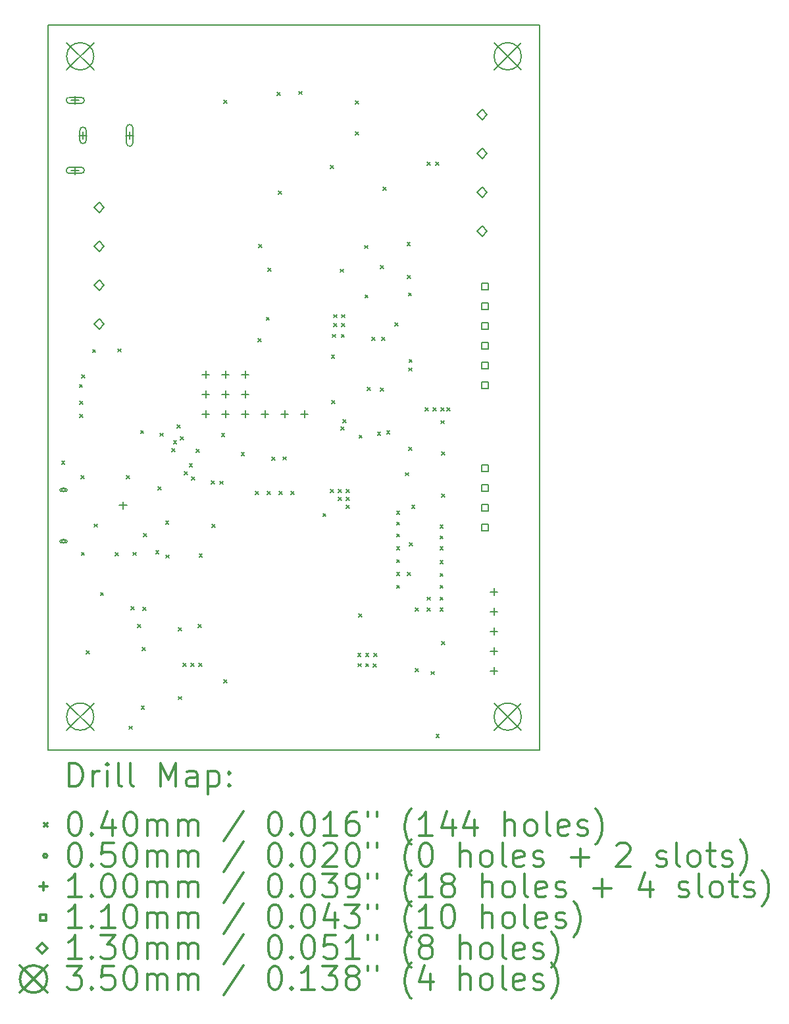
<source format=gbr>
%FSLAX45Y45*%
G04 Gerber Fmt 4.5, Leading zero omitted, Abs format (unit mm)*
G04 Created by KiCad (PCBNEW (5.1.2)-1) date 2019-05-23 11:52:04*
%MOMM*%
%LPD*%
G04 APERTURE LIST*
%ADD10C,0.150000*%
%ADD11C,0.200000*%
%ADD12C,0.300000*%
G04 APERTURE END LIST*
D10*
X22999700Y-13931900D02*
X16675100Y-13931900D01*
X22999700Y-4610100D02*
X22999700Y-13931900D01*
X16675100Y-4610100D02*
X22999700Y-4610100D01*
X16675100Y-13931900D02*
X16675100Y-4610100D01*
D11*
X16853220Y-10221280D02*
X16893220Y-10261280D01*
X16893220Y-10221280D02*
X16853220Y-10261280D01*
X17081820Y-9233220D02*
X17121820Y-9273220D01*
X17121820Y-9233220D02*
X17081820Y-9273220D01*
X17086900Y-9449120D02*
X17126900Y-9489120D01*
X17126900Y-9449120D02*
X17086900Y-9489120D01*
X17086900Y-9621840D02*
X17126900Y-9661840D01*
X17126900Y-9621840D02*
X17086900Y-9661840D01*
X17104680Y-10409240D02*
X17144680Y-10449240D01*
X17144680Y-10409240D02*
X17104680Y-10449240D01*
X17107220Y-11392220D02*
X17147220Y-11432220D01*
X17147220Y-11392220D02*
X17107220Y-11432220D01*
X17112300Y-9108760D02*
X17152300Y-9148760D01*
X17152300Y-9108760D02*
X17112300Y-9148760D01*
X17170720Y-12658260D02*
X17210720Y-12698260D01*
X17210720Y-12658260D02*
X17170720Y-12698260D01*
X17252000Y-8786180D02*
X17292000Y-8826180D01*
X17292000Y-8786180D02*
X17252000Y-8826180D01*
X17269780Y-11029000D02*
X17309780Y-11069000D01*
X17309780Y-11029000D02*
X17269780Y-11069000D01*
X17353600Y-11910380D02*
X17393600Y-11950380D01*
X17393600Y-11910380D02*
X17353600Y-11950380D01*
X17546640Y-11397300D02*
X17586640Y-11437300D01*
X17586640Y-11397300D02*
X17546640Y-11437300D01*
X17574580Y-8776020D02*
X17614580Y-8816020D01*
X17614580Y-8776020D02*
X17574580Y-8816020D01*
X17686340Y-10409240D02*
X17726340Y-10449240D01*
X17726340Y-10409240D02*
X17686340Y-10449240D01*
X17724440Y-13627420D02*
X17764440Y-13667420D01*
X17764440Y-13627420D02*
X17724440Y-13667420D01*
X17747300Y-12090720D02*
X17787300Y-12130720D01*
X17787300Y-12090720D02*
X17747300Y-12130720D01*
X17772700Y-11392220D02*
X17812700Y-11432220D01*
X17812700Y-11392220D02*
X17772700Y-11432220D01*
X17828580Y-12319320D02*
X17868580Y-12359320D01*
X17868580Y-12319320D02*
X17828580Y-12359320D01*
X17868880Y-9827580D02*
X17908880Y-9867580D01*
X17908880Y-9827580D02*
X17868880Y-9867580D01*
X17877959Y-13368340D02*
X17917959Y-13408340D01*
X17917959Y-13368340D02*
X17877959Y-13408340D01*
X17892080Y-12613960D02*
X17932080Y-12653960D01*
X17932080Y-12613960D02*
X17892080Y-12653960D01*
X17897193Y-12097558D02*
X17937193Y-12137558D01*
X17937193Y-12097558D02*
X17897193Y-12137558D01*
X17904780Y-11153460D02*
X17944780Y-11193460D01*
X17944780Y-11153460D02*
X17904780Y-11193460D01*
X18064800Y-11371900D02*
X18104800Y-11411900D01*
X18104800Y-11371900D02*
X18064800Y-11411900D01*
X18092740Y-10548940D02*
X18132740Y-10588940D01*
X18132740Y-10548940D02*
X18092740Y-10588940D01*
X18120200Y-9860376D02*
X18160200Y-9900376D01*
X18160200Y-9860376D02*
X18120200Y-9900376D01*
X18192296Y-10991432D02*
X18232296Y-11031432D01*
X18232296Y-10991432D02*
X18192296Y-11031432D01*
X18196880Y-11427780D02*
X18236880Y-11467780D01*
X18236880Y-11427780D02*
X18196880Y-11467780D01*
X18271743Y-10059879D02*
X18311743Y-10099879D01*
X18311743Y-10059879D02*
X18271743Y-10099879D01*
X18293964Y-9957830D02*
X18333964Y-9997830D01*
X18333964Y-9957830D02*
X18293964Y-9997830D01*
X18339120Y-9753920D02*
X18379120Y-9793920D01*
X18379120Y-9753920D02*
X18339120Y-9793920D01*
X18356900Y-13246420D02*
X18396900Y-13286420D01*
X18396900Y-13246420D02*
X18356900Y-13286420D01*
X18359440Y-12359960D02*
X18399440Y-12399960D01*
X18399440Y-12359960D02*
X18359440Y-12399960D01*
X18381523Y-9909522D02*
X18421523Y-9949522D01*
X18421523Y-9909522D02*
X18381523Y-9949522D01*
X18415320Y-12822240D02*
X18455320Y-12862240D01*
X18455320Y-12822240D02*
X18415320Y-12862240D01*
X18433100Y-10353360D02*
X18473100Y-10393360D01*
X18473100Y-10353360D02*
X18433100Y-10393360D01*
X18496312Y-10252879D02*
X18536312Y-10292879D01*
X18536312Y-10252879D02*
X18496312Y-10292879D01*
X18519460Y-12822240D02*
X18559460Y-12862240D01*
X18559460Y-12822240D02*
X18519460Y-12862240D01*
X18524905Y-10423361D02*
X18564905Y-10463361D01*
X18564905Y-10423361D02*
X18524905Y-10463361D01*
X18584119Y-10067025D02*
X18624119Y-10107025D01*
X18624119Y-10067025D02*
X18584119Y-10107025D01*
X18608360Y-12319320D02*
X18648360Y-12359320D01*
X18648360Y-12319320D02*
X18608360Y-12359320D01*
X18621060Y-12822240D02*
X18661060Y-12862240D01*
X18661060Y-12822240D02*
X18621060Y-12862240D01*
X18623104Y-11416233D02*
X18663104Y-11456233D01*
X18663104Y-11416233D02*
X18623104Y-11456233D01*
X18781080Y-10475280D02*
X18821080Y-10515280D01*
X18821080Y-10475280D02*
X18781080Y-10515280D01*
X18788700Y-11034080D02*
X18828700Y-11074080D01*
X18828700Y-11034080D02*
X18788700Y-11074080D01*
X18890300Y-10477820D02*
X18930300Y-10517820D01*
X18930300Y-10477820D02*
X18890300Y-10517820D01*
X18910170Y-9864521D02*
X18950170Y-9904521D01*
X18950170Y-9864521D02*
X18910170Y-9904521D01*
X18938560Y-5578160D02*
X18978560Y-5618160D01*
X18978560Y-5578160D02*
X18938560Y-5618160D01*
X18938560Y-13033060D02*
X18978560Y-13073060D01*
X18978560Y-13033060D02*
X18938560Y-13073060D01*
X19164620Y-10109520D02*
X19204620Y-10149520D01*
X19204620Y-10109520D02*
X19164620Y-10149520D01*
X19347500Y-10609900D02*
X19387500Y-10649900D01*
X19387500Y-10609900D02*
X19347500Y-10649900D01*
X19377980Y-8643940D02*
X19417980Y-8683940D01*
X19417980Y-8643940D02*
X19377980Y-8683940D01*
X19390680Y-7434900D02*
X19430680Y-7474900D01*
X19430680Y-7434900D02*
X19390680Y-7474900D01*
X19487200Y-8369620D02*
X19527200Y-8409620D01*
X19527200Y-8369620D02*
X19487200Y-8409620D01*
X19499900Y-10609900D02*
X19539900Y-10649900D01*
X19539900Y-10609900D02*
X19499900Y-10649900D01*
X19507520Y-7737160D02*
X19547520Y-7777160D01*
X19547520Y-7737160D02*
X19507520Y-7777160D01*
X19560813Y-10168642D02*
X19600813Y-10208642D01*
X19600813Y-10168642D02*
X19560813Y-10208642D01*
X19626900Y-5479100D02*
X19666900Y-5519100D01*
X19666900Y-5479100D02*
X19626900Y-5519100D01*
X19642140Y-6746560D02*
X19682140Y-6786560D01*
X19682140Y-6746560D02*
X19642140Y-6786560D01*
X19652300Y-10609900D02*
X19692300Y-10649900D01*
X19692300Y-10609900D02*
X19652300Y-10649900D01*
X19700560Y-10165400D02*
X19740560Y-10205400D01*
X19740560Y-10165400D02*
X19700560Y-10205400D01*
X19804700Y-10609900D02*
X19844700Y-10649900D01*
X19844700Y-10609900D02*
X19804700Y-10649900D01*
X19906300Y-5466400D02*
X19946300Y-5506400D01*
X19946300Y-5466400D02*
X19906300Y-5506400D01*
X20215220Y-10892340D02*
X20255220Y-10932340D01*
X20255220Y-10892340D02*
X20215220Y-10932340D01*
X20312700Y-6418900D02*
X20352700Y-6458900D01*
X20352700Y-6418900D02*
X20312700Y-6458900D01*
X20312700Y-10584500D02*
X20352700Y-10624500D01*
X20352700Y-10584500D02*
X20312700Y-10624500D01*
X20325400Y-8857300D02*
X20365400Y-8897300D01*
X20365400Y-8857300D02*
X20325400Y-8897300D01*
X20330480Y-9441500D02*
X20370480Y-9481500D01*
X20370480Y-9441500D02*
X20330480Y-9481500D01*
X20338100Y-8590600D02*
X20378100Y-8630600D01*
X20378100Y-8590600D02*
X20338100Y-8630600D01*
X20353340Y-8336600D02*
X20393340Y-8376600D01*
X20393340Y-8336600D02*
X20353340Y-8376600D01*
X20353340Y-8450900D02*
X20393340Y-8490900D01*
X20393340Y-8450900D02*
X20353340Y-8490900D01*
X20414300Y-10584500D02*
X20454300Y-10624500D01*
X20454300Y-10584500D02*
X20414300Y-10624500D01*
X20414300Y-10686100D02*
X20454300Y-10726100D01*
X20454300Y-10686100D02*
X20414300Y-10726100D01*
X20439700Y-7752400D02*
X20479700Y-7792400D01*
X20479700Y-7752400D02*
X20439700Y-7792400D01*
X20450315Y-9781887D02*
X20490315Y-9821887D01*
X20490315Y-9781887D02*
X20450315Y-9821887D01*
X20452400Y-8590599D02*
X20492400Y-8630599D01*
X20492400Y-8590599D02*
X20452400Y-8630599D01*
X20454940Y-8336600D02*
X20494940Y-8376600D01*
X20494940Y-8336600D02*
X20454940Y-8376600D01*
X20454940Y-8450900D02*
X20494940Y-8490900D01*
X20494940Y-8450900D02*
X20454940Y-8490900D01*
X20470364Y-9683916D02*
X20510364Y-9723916D01*
X20510364Y-9683916D02*
X20470364Y-9723916D01*
X20515900Y-10584500D02*
X20555900Y-10624500D01*
X20555900Y-10584500D02*
X20515900Y-10624500D01*
X20515900Y-10686100D02*
X20555900Y-10726100D01*
X20555900Y-10686100D02*
X20515900Y-10726100D01*
X20515900Y-10787700D02*
X20555900Y-10827700D01*
X20555900Y-10787700D02*
X20515900Y-10827700D01*
X20635280Y-5590860D02*
X20675280Y-5630860D01*
X20675280Y-5590860D02*
X20635280Y-5630860D01*
X20635280Y-5989640D02*
X20675280Y-6029640D01*
X20675280Y-5989640D02*
X20635280Y-6029640D01*
X20663220Y-12695240D02*
X20703220Y-12735240D01*
X20703220Y-12695240D02*
X20663220Y-12735240D01*
X20668300Y-12824780D02*
X20708300Y-12864780D01*
X20708300Y-12824780D02*
X20668300Y-12864780D01*
X20678460Y-12184700D02*
X20718460Y-12224700D01*
X20718460Y-12184700D02*
X20678460Y-12224700D01*
X20681000Y-9886000D02*
X20721000Y-9926000D01*
X20721000Y-9886000D02*
X20681000Y-9926000D01*
X20752120Y-7447600D02*
X20792120Y-7487600D01*
X20792120Y-7447600D02*
X20752120Y-7487600D01*
X20757200Y-8082600D02*
X20797200Y-8122600D01*
X20797200Y-8082600D02*
X20757200Y-8122600D01*
X20764820Y-12692700D02*
X20804820Y-12732700D01*
X20804820Y-12692700D02*
X20764820Y-12732700D01*
X20764820Y-12824780D02*
X20804820Y-12864780D01*
X20804820Y-12824780D02*
X20764820Y-12864780D01*
X20789061Y-9273860D02*
X20829061Y-9313860D01*
X20829061Y-9273860D02*
X20789061Y-9313860D01*
X20848640Y-8628700D02*
X20888640Y-8668700D01*
X20888640Y-8628700D02*
X20848640Y-8668700D01*
X20863880Y-12827320D02*
X20903880Y-12867320D01*
X20903880Y-12827320D02*
X20863880Y-12867320D01*
X20868960Y-12692700D02*
X20908960Y-12732700D01*
X20908960Y-12692700D02*
X20868960Y-12732700D01*
X20917220Y-9850440D02*
X20957220Y-9890440D01*
X20957220Y-9850440D02*
X20917220Y-9890440D01*
X20955320Y-7704140D02*
X20995320Y-7744140D01*
X20995320Y-7704140D02*
X20955320Y-7744140D01*
X20955320Y-9281480D02*
X20995320Y-9321480D01*
X20995320Y-9281480D02*
X20955320Y-9321480D01*
X20970372Y-8630697D02*
X21010372Y-8670697D01*
X21010372Y-8630697D02*
X20970372Y-8670697D01*
X20988340Y-6700840D02*
X21028340Y-6740840D01*
X21028340Y-6700840D02*
X20988340Y-6740840D01*
X21035530Y-9831501D02*
X21075530Y-9871501D01*
X21075530Y-9831501D02*
X21035530Y-9871501D01*
X21143280Y-8440740D02*
X21183280Y-8480740D01*
X21183280Y-8440740D02*
X21143280Y-8480740D01*
X21163600Y-10863900D02*
X21203600Y-10903900D01*
X21203600Y-10863900D02*
X21163600Y-10903900D01*
X21163600Y-11003600D02*
X21203600Y-11043600D01*
X21203600Y-11003600D02*
X21163600Y-11043600D01*
X21163600Y-11156000D02*
X21203600Y-11196000D01*
X21203600Y-11156000D02*
X21163600Y-11196000D01*
X21163600Y-11321100D02*
X21203600Y-11361100D01*
X21203600Y-11321100D02*
X21163600Y-11361100D01*
X21163600Y-11486200D02*
X21203600Y-11526200D01*
X21203600Y-11486200D02*
X21163600Y-11526200D01*
X21163600Y-11651300D02*
X21203600Y-11691300D01*
X21203600Y-11651300D02*
X21163600Y-11691300D01*
X21163600Y-11816400D02*
X21203600Y-11856400D01*
X21203600Y-11816400D02*
X21163600Y-11856400D01*
X21275360Y-10368600D02*
X21315360Y-10408600D01*
X21315360Y-10368600D02*
X21275360Y-10408600D01*
X21298220Y-7409500D02*
X21338220Y-7449500D01*
X21338220Y-7409500D02*
X21298220Y-7449500D01*
X21303300Y-11651300D02*
X21343300Y-11691300D01*
X21343300Y-11651300D02*
X21303300Y-11691300D01*
X21305840Y-7831140D02*
X21345840Y-7871140D01*
X21345840Y-7831140D02*
X21305840Y-7871140D01*
X21316002Y-8057200D02*
X21356002Y-8097200D01*
X21356002Y-8057200D02*
X21316002Y-8097200D01*
X21318540Y-9022400D02*
X21358540Y-9062400D01*
X21358540Y-9022400D02*
X21318540Y-9062400D01*
X21318540Y-10043480D02*
X21358540Y-10083480D01*
X21358540Y-10043480D02*
X21318540Y-10083480D01*
X21323620Y-8913180D02*
X21363620Y-8953180D01*
X21363620Y-8913180D02*
X21323620Y-8953180D01*
X21331240Y-11267760D02*
X21371240Y-11307760D01*
X21371240Y-11267760D02*
X21331240Y-11307760D01*
X21357759Y-10785654D02*
X21397759Y-10825654D01*
X21397759Y-10785654D02*
X21357759Y-10825654D01*
X21404900Y-12108500D02*
X21444900Y-12148500D01*
X21444900Y-12108500D02*
X21404900Y-12148500D01*
X21407440Y-12888280D02*
X21447440Y-12928280D01*
X21447440Y-12888280D02*
X21407440Y-12928280D01*
X21531900Y-9532940D02*
X21571900Y-9572940D01*
X21571900Y-9532940D02*
X21531900Y-9572940D01*
X21557300Y-11968800D02*
X21597300Y-12008800D01*
X21597300Y-11968800D02*
X21557300Y-12008800D01*
X21557300Y-12108500D02*
X21597300Y-12148500D01*
X21597300Y-12108500D02*
X21557300Y-12148500D01*
X21559840Y-6375720D02*
X21599840Y-6415720D01*
X21599840Y-6375720D02*
X21559840Y-6415720D01*
X21610640Y-12926380D02*
X21650640Y-12966380D01*
X21650640Y-12926380D02*
X21610640Y-12966380D01*
X21633500Y-9532940D02*
X21673500Y-9572940D01*
X21673500Y-9532940D02*
X21633500Y-9572940D01*
X21663980Y-6375720D02*
X21703980Y-6415720D01*
X21703980Y-6375720D02*
X21663980Y-6415720D01*
X21671600Y-13736640D02*
X21711600Y-13776640D01*
X21711600Y-13736640D02*
X21671600Y-13776640D01*
X21722400Y-11041700D02*
X21762400Y-11081700D01*
X21762400Y-11041700D02*
X21722400Y-11081700D01*
X21722400Y-11181400D02*
X21762400Y-11221400D01*
X21762400Y-11181400D02*
X21722400Y-11221400D01*
X21722400Y-11321100D02*
X21762400Y-11361100D01*
X21762400Y-11321100D02*
X21722400Y-11361100D01*
X21722400Y-11498900D02*
X21762400Y-11538900D01*
X21762400Y-11498900D02*
X21722400Y-11538900D01*
X21722400Y-11664000D02*
X21762400Y-11704000D01*
X21762400Y-11664000D02*
X21722400Y-11704000D01*
X21722400Y-11816400D02*
X21762400Y-11856400D01*
X21762400Y-11816400D02*
X21722400Y-11856400D01*
X21722400Y-11968800D02*
X21762400Y-12008800D01*
X21762400Y-11968800D02*
X21722400Y-12008800D01*
X21722400Y-12108500D02*
X21762400Y-12148500D01*
X21762400Y-12108500D02*
X21722400Y-12148500D01*
X21735100Y-9532940D02*
X21775100Y-9572940D01*
X21775100Y-9532940D02*
X21735100Y-9572940D01*
X21736370Y-9699310D02*
X21776370Y-9739310D01*
X21776370Y-9699310D02*
X21736370Y-9739310D01*
X21741561Y-10101900D02*
X21781561Y-10141900D01*
X21781561Y-10101900D02*
X21741561Y-10141900D01*
X21741561Y-10641650D02*
X21781561Y-10681650D01*
X21781561Y-10641650D02*
X21741561Y-10681650D01*
X21742720Y-12542840D02*
X21782720Y-12582840D01*
X21782720Y-12542840D02*
X21742720Y-12582840D01*
X21813059Y-9532940D02*
X21853059Y-9572940D01*
X21853059Y-9532940D02*
X21813059Y-9572940D01*
X16903300Y-10590080D02*
G75*
G03X16903300Y-10590080I-25000J0D01*
G01*
X16843300Y-10605080D02*
X16913300Y-10605080D01*
X16843300Y-10575080D02*
X16913300Y-10575080D01*
X16913300Y-10605080D02*
G75*
G03X16913300Y-10575080I0J15000D01*
G01*
X16843300Y-10575080D02*
G75*
G03X16843300Y-10605080I0J-15000D01*
G01*
X16903300Y-11250080D02*
G75*
G03X16903300Y-11250080I-25000J0D01*
G01*
X16843300Y-11265080D02*
X16913300Y-11265080D01*
X16843300Y-11235080D02*
X16913300Y-11235080D01*
X16913300Y-11265080D02*
G75*
G03X16913300Y-11235080I0J15000D01*
G01*
X16843300Y-11235080D02*
G75*
G03X16843300Y-11265080I0J-15000D01*
G01*
X18707100Y-9563900D02*
X18707100Y-9663900D01*
X18657100Y-9613900D02*
X18757100Y-9613900D01*
X18961100Y-9309900D02*
X18961100Y-9409900D01*
X18911100Y-9359900D02*
X19011100Y-9359900D01*
X18961100Y-9055900D02*
X18961100Y-9155900D01*
X18911100Y-9105900D02*
X19011100Y-9105900D01*
X19215100Y-9563900D02*
X19215100Y-9663900D01*
X19165100Y-9613900D02*
X19265100Y-9613900D01*
X18707100Y-9055900D02*
X18707100Y-9155900D01*
X18657100Y-9105900D02*
X18757100Y-9105900D01*
X22415500Y-12357900D02*
X22415500Y-12457900D01*
X22365500Y-12407900D02*
X22465500Y-12407900D01*
X22415500Y-12865900D02*
X22415500Y-12965900D01*
X22365500Y-12915900D02*
X22465500Y-12915900D01*
X17642840Y-10739920D02*
X17642840Y-10839920D01*
X17592840Y-10789920D02*
X17692840Y-10789920D01*
X22415500Y-11849900D02*
X22415500Y-11949900D01*
X22365500Y-11899900D02*
X22465500Y-11899900D01*
X19469100Y-9563900D02*
X19469100Y-9663900D01*
X19419100Y-9613900D02*
X19519100Y-9613900D01*
X17029200Y-5532500D02*
X17029200Y-5632500D01*
X16979200Y-5582500D02*
X17079200Y-5582500D01*
X17104200Y-5542500D02*
X16954200Y-5542500D01*
X17104200Y-5622500D02*
X16954200Y-5622500D01*
X16954200Y-5542500D02*
G75*
G03X16954200Y-5622500I0J-40000D01*
G01*
X17104200Y-5622500D02*
G75*
G03X17104200Y-5542500I0J40000D01*
G01*
X17029200Y-6432500D02*
X17029200Y-6532500D01*
X16979200Y-6482500D02*
X17079200Y-6482500D01*
X17104200Y-6442500D02*
X16954200Y-6442500D01*
X17104200Y-6522500D02*
X16954200Y-6522500D01*
X16954200Y-6442500D02*
G75*
G03X16954200Y-6522500I0J-40000D01*
G01*
X17104200Y-6522500D02*
G75*
G03X17104200Y-6442500I0J40000D01*
G01*
X17129200Y-5982500D02*
X17129200Y-6082500D01*
X17079200Y-6032500D02*
X17179200Y-6032500D01*
X17169200Y-6097500D02*
X17169200Y-5967500D01*
X17089200Y-6097500D02*
X17089200Y-5967500D01*
X17169200Y-5967500D02*
G75*
G03X17089200Y-5967500I-40000J0D01*
G01*
X17089200Y-6097500D02*
G75*
G03X17169200Y-6097500I40000J0D01*
G01*
X17729200Y-5982500D02*
X17729200Y-6082500D01*
X17679200Y-6032500D02*
X17779200Y-6032500D01*
X17769200Y-6132500D02*
X17769200Y-5932500D01*
X17689200Y-6132500D02*
X17689200Y-5932500D01*
X17769200Y-5932500D02*
G75*
G03X17689200Y-5932500I-40000J0D01*
G01*
X17689200Y-6132500D02*
G75*
G03X17769200Y-6132500I40000J0D01*
G01*
X22415500Y-12103900D02*
X22415500Y-12203900D01*
X22365500Y-12153900D02*
X22465500Y-12153900D01*
X22415500Y-12611900D02*
X22415500Y-12711900D01*
X22365500Y-12661900D02*
X22465500Y-12661900D01*
X18961100Y-9563900D02*
X18961100Y-9663900D01*
X18911100Y-9613900D02*
X19011100Y-9613900D01*
X19215100Y-9309900D02*
X19215100Y-9409900D01*
X19165100Y-9359900D02*
X19265100Y-9359900D01*
X19723100Y-9563900D02*
X19723100Y-9663900D01*
X19673100Y-9613900D02*
X19773100Y-9613900D01*
X18707100Y-9309900D02*
X18707100Y-9409900D01*
X18657100Y-9359900D02*
X18757100Y-9359900D01*
X19977100Y-9563900D02*
X19977100Y-9663900D01*
X19927100Y-9613900D02*
X20027100Y-9613900D01*
X19215100Y-9055900D02*
X19215100Y-9155900D01*
X19165100Y-9105900D02*
X19265100Y-9105900D01*
X22340091Y-10351291D02*
X22340091Y-10273509D01*
X22262309Y-10273509D01*
X22262309Y-10351291D01*
X22340091Y-10351291D01*
X22340091Y-10605291D02*
X22340091Y-10527509D01*
X22262309Y-10527509D01*
X22262309Y-10605291D01*
X22340091Y-10605291D01*
X22340091Y-9030491D02*
X22340091Y-8952709D01*
X22262309Y-8952709D01*
X22262309Y-9030491D01*
X22340091Y-9030491D01*
X22340091Y-9284491D02*
X22340091Y-9206709D01*
X22262309Y-9206709D01*
X22262309Y-9284491D01*
X22340091Y-9284491D01*
X22340091Y-10859291D02*
X22340091Y-10781509D01*
X22262309Y-10781509D01*
X22262309Y-10859291D01*
X22340091Y-10859291D01*
X22340091Y-11113291D02*
X22340091Y-11035509D01*
X22262309Y-11035509D01*
X22262309Y-11113291D01*
X22340091Y-11113291D01*
X22340091Y-8014491D02*
X22340091Y-7936709D01*
X22262309Y-7936709D01*
X22262309Y-8014491D01*
X22340091Y-8014491D01*
X22340091Y-8268491D02*
X22340091Y-8190709D01*
X22262309Y-8190709D01*
X22262309Y-8268491D01*
X22340091Y-8268491D01*
X22340091Y-8522491D02*
X22340091Y-8444709D01*
X22262309Y-8444709D01*
X22262309Y-8522491D01*
X22340091Y-8522491D01*
X22340091Y-8776491D02*
X22340091Y-8698709D01*
X22262309Y-8698709D01*
X22262309Y-8776491D01*
X22340091Y-8776491D01*
X22263100Y-5830100D02*
X22328100Y-5765100D01*
X22263100Y-5700100D01*
X22198100Y-5765100D01*
X22263100Y-5830100D01*
X22263100Y-6330100D02*
X22328100Y-6265100D01*
X22263100Y-6200100D01*
X22198100Y-6265100D01*
X22263100Y-6330100D01*
X22263100Y-6830100D02*
X22328100Y-6765100D01*
X22263100Y-6700100D01*
X22198100Y-6765100D01*
X22263100Y-6830100D01*
X22263100Y-7330100D02*
X22328100Y-7265100D01*
X22263100Y-7200100D01*
X22198100Y-7265100D01*
X22263100Y-7330100D01*
X17335500Y-7023900D02*
X17400500Y-6958900D01*
X17335500Y-6893900D01*
X17270500Y-6958900D01*
X17335500Y-7023900D01*
X17335500Y-7523900D02*
X17400500Y-7458900D01*
X17335500Y-7393900D01*
X17270500Y-7458900D01*
X17335500Y-7523900D01*
X17335500Y-8023900D02*
X17400500Y-7958900D01*
X17335500Y-7893900D01*
X17270500Y-7958900D01*
X17335500Y-8023900D01*
X17335500Y-8523900D02*
X17400500Y-8458900D01*
X17335500Y-8393900D01*
X17270500Y-8458900D01*
X17335500Y-8523900D01*
X16918100Y-13330900D02*
X17268100Y-13680900D01*
X17268100Y-13330900D02*
X16918100Y-13680900D01*
X17268100Y-13505900D02*
G75*
G03X17268100Y-13505900I-175000J0D01*
G01*
X22418100Y-13330900D02*
X22768100Y-13680900D01*
X22768100Y-13330900D02*
X22418100Y-13680900D01*
X22768100Y-13505900D02*
G75*
G03X22768100Y-13505900I-175000J0D01*
G01*
X16918100Y-4840900D02*
X17268100Y-5190900D01*
X17268100Y-4840900D02*
X16918100Y-5190900D01*
X17268100Y-5015900D02*
G75*
G03X17268100Y-5015900I-175000J0D01*
G01*
X22418100Y-4840900D02*
X22768100Y-5190900D01*
X22768100Y-4840900D02*
X22418100Y-5190900D01*
X22768100Y-5015900D02*
G75*
G03X22768100Y-5015900I-175000J0D01*
G01*
D12*
X16954028Y-14405114D02*
X16954028Y-14105114D01*
X17025457Y-14105114D01*
X17068314Y-14119400D01*
X17096886Y-14147971D01*
X17111171Y-14176543D01*
X17125457Y-14233686D01*
X17125457Y-14276543D01*
X17111171Y-14333686D01*
X17096886Y-14362257D01*
X17068314Y-14390829D01*
X17025457Y-14405114D01*
X16954028Y-14405114D01*
X17254028Y-14405114D02*
X17254028Y-14205114D01*
X17254028Y-14262257D02*
X17268314Y-14233686D01*
X17282600Y-14219400D01*
X17311171Y-14205114D01*
X17339743Y-14205114D01*
X17439743Y-14405114D02*
X17439743Y-14205114D01*
X17439743Y-14105114D02*
X17425457Y-14119400D01*
X17439743Y-14133686D01*
X17454028Y-14119400D01*
X17439743Y-14105114D01*
X17439743Y-14133686D01*
X17625457Y-14405114D02*
X17596886Y-14390829D01*
X17582600Y-14362257D01*
X17582600Y-14105114D01*
X17782600Y-14405114D02*
X17754028Y-14390829D01*
X17739743Y-14362257D01*
X17739743Y-14105114D01*
X18125457Y-14405114D02*
X18125457Y-14105114D01*
X18225457Y-14319400D01*
X18325457Y-14105114D01*
X18325457Y-14405114D01*
X18596886Y-14405114D02*
X18596886Y-14247971D01*
X18582600Y-14219400D01*
X18554028Y-14205114D01*
X18496886Y-14205114D01*
X18468314Y-14219400D01*
X18596886Y-14390829D02*
X18568314Y-14405114D01*
X18496886Y-14405114D01*
X18468314Y-14390829D01*
X18454028Y-14362257D01*
X18454028Y-14333686D01*
X18468314Y-14305114D01*
X18496886Y-14290829D01*
X18568314Y-14290829D01*
X18596886Y-14276543D01*
X18739743Y-14205114D02*
X18739743Y-14505114D01*
X18739743Y-14219400D02*
X18768314Y-14205114D01*
X18825457Y-14205114D01*
X18854028Y-14219400D01*
X18868314Y-14233686D01*
X18882600Y-14262257D01*
X18882600Y-14347971D01*
X18868314Y-14376543D01*
X18854028Y-14390829D01*
X18825457Y-14405114D01*
X18768314Y-14405114D01*
X18739743Y-14390829D01*
X19011171Y-14376543D02*
X19025457Y-14390829D01*
X19011171Y-14405114D01*
X18996886Y-14390829D01*
X19011171Y-14376543D01*
X19011171Y-14405114D01*
X19011171Y-14219400D02*
X19025457Y-14233686D01*
X19011171Y-14247971D01*
X18996886Y-14233686D01*
X19011171Y-14219400D01*
X19011171Y-14247971D01*
X16627600Y-14879400D02*
X16667600Y-14919400D01*
X16667600Y-14879400D02*
X16627600Y-14919400D01*
X17011171Y-14735114D02*
X17039743Y-14735114D01*
X17068314Y-14749400D01*
X17082600Y-14763686D01*
X17096886Y-14792257D01*
X17111171Y-14849400D01*
X17111171Y-14920829D01*
X17096886Y-14977971D01*
X17082600Y-15006543D01*
X17068314Y-15020829D01*
X17039743Y-15035114D01*
X17011171Y-15035114D01*
X16982600Y-15020829D01*
X16968314Y-15006543D01*
X16954028Y-14977971D01*
X16939743Y-14920829D01*
X16939743Y-14849400D01*
X16954028Y-14792257D01*
X16968314Y-14763686D01*
X16982600Y-14749400D01*
X17011171Y-14735114D01*
X17239743Y-15006543D02*
X17254028Y-15020829D01*
X17239743Y-15035114D01*
X17225457Y-15020829D01*
X17239743Y-15006543D01*
X17239743Y-15035114D01*
X17511171Y-14835114D02*
X17511171Y-15035114D01*
X17439743Y-14720829D02*
X17368314Y-14935114D01*
X17554028Y-14935114D01*
X17725457Y-14735114D02*
X17754028Y-14735114D01*
X17782600Y-14749400D01*
X17796886Y-14763686D01*
X17811171Y-14792257D01*
X17825457Y-14849400D01*
X17825457Y-14920829D01*
X17811171Y-14977971D01*
X17796886Y-15006543D01*
X17782600Y-15020829D01*
X17754028Y-15035114D01*
X17725457Y-15035114D01*
X17696886Y-15020829D01*
X17682600Y-15006543D01*
X17668314Y-14977971D01*
X17654028Y-14920829D01*
X17654028Y-14849400D01*
X17668314Y-14792257D01*
X17682600Y-14763686D01*
X17696886Y-14749400D01*
X17725457Y-14735114D01*
X17954028Y-15035114D02*
X17954028Y-14835114D01*
X17954028Y-14863686D02*
X17968314Y-14849400D01*
X17996886Y-14835114D01*
X18039743Y-14835114D01*
X18068314Y-14849400D01*
X18082600Y-14877971D01*
X18082600Y-15035114D01*
X18082600Y-14877971D02*
X18096886Y-14849400D01*
X18125457Y-14835114D01*
X18168314Y-14835114D01*
X18196886Y-14849400D01*
X18211171Y-14877971D01*
X18211171Y-15035114D01*
X18354028Y-15035114D02*
X18354028Y-14835114D01*
X18354028Y-14863686D02*
X18368314Y-14849400D01*
X18396886Y-14835114D01*
X18439743Y-14835114D01*
X18468314Y-14849400D01*
X18482600Y-14877971D01*
X18482600Y-15035114D01*
X18482600Y-14877971D02*
X18496886Y-14849400D01*
X18525457Y-14835114D01*
X18568314Y-14835114D01*
X18596886Y-14849400D01*
X18611171Y-14877971D01*
X18611171Y-15035114D01*
X19196886Y-14720829D02*
X18939743Y-15106543D01*
X19582600Y-14735114D02*
X19611171Y-14735114D01*
X19639743Y-14749400D01*
X19654028Y-14763686D01*
X19668314Y-14792257D01*
X19682600Y-14849400D01*
X19682600Y-14920829D01*
X19668314Y-14977971D01*
X19654028Y-15006543D01*
X19639743Y-15020829D01*
X19611171Y-15035114D01*
X19582600Y-15035114D01*
X19554028Y-15020829D01*
X19539743Y-15006543D01*
X19525457Y-14977971D01*
X19511171Y-14920829D01*
X19511171Y-14849400D01*
X19525457Y-14792257D01*
X19539743Y-14763686D01*
X19554028Y-14749400D01*
X19582600Y-14735114D01*
X19811171Y-15006543D02*
X19825457Y-15020829D01*
X19811171Y-15035114D01*
X19796886Y-15020829D01*
X19811171Y-15006543D01*
X19811171Y-15035114D01*
X20011171Y-14735114D02*
X20039743Y-14735114D01*
X20068314Y-14749400D01*
X20082600Y-14763686D01*
X20096886Y-14792257D01*
X20111171Y-14849400D01*
X20111171Y-14920829D01*
X20096886Y-14977971D01*
X20082600Y-15006543D01*
X20068314Y-15020829D01*
X20039743Y-15035114D01*
X20011171Y-15035114D01*
X19982600Y-15020829D01*
X19968314Y-15006543D01*
X19954028Y-14977971D01*
X19939743Y-14920829D01*
X19939743Y-14849400D01*
X19954028Y-14792257D01*
X19968314Y-14763686D01*
X19982600Y-14749400D01*
X20011171Y-14735114D01*
X20396886Y-15035114D02*
X20225457Y-15035114D01*
X20311171Y-15035114D02*
X20311171Y-14735114D01*
X20282600Y-14777971D01*
X20254028Y-14806543D01*
X20225457Y-14820829D01*
X20654028Y-14735114D02*
X20596886Y-14735114D01*
X20568314Y-14749400D01*
X20554028Y-14763686D01*
X20525457Y-14806543D01*
X20511171Y-14863686D01*
X20511171Y-14977971D01*
X20525457Y-15006543D01*
X20539743Y-15020829D01*
X20568314Y-15035114D01*
X20625457Y-15035114D01*
X20654028Y-15020829D01*
X20668314Y-15006543D01*
X20682600Y-14977971D01*
X20682600Y-14906543D01*
X20668314Y-14877971D01*
X20654028Y-14863686D01*
X20625457Y-14849400D01*
X20568314Y-14849400D01*
X20539743Y-14863686D01*
X20525457Y-14877971D01*
X20511171Y-14906543D01*
X20796886Y-14735114D02*
X20796886Y-14792257D01*
X20911171Y-14735114D02*
X20911171Y-14792257D01*
X21354028Y-15149400D02*
X21339743Y-15135114D01*
X21311171Y-15092257D01*
X21296886Y-15063686D01*
X21282600Y-15020829D01*
X21268314Y-14949400D01*
X21268314Y-14892257D01*
X21282600Y-14820829D01*
X21296886Y-14777971D01*
X21311171Y-14749400D01*
X21339743Y-14706543D01*
X21354028Y-14692257D01*
X21625457Y-15035114D02*
X21454028Y-15035114D01*
X21539743Y-15035114D02*
X21539743Y-14735114D01*
X21511171Y-14777971D01*
X21482600Y-14806543D01*
X21454028Y-14820829D01*
X21882600Y-14835114D02*
X21882600Y-15035114D01*
X21811171Y-14720829D02*
X21739743Y-14935114D01*
X21925457Y-14935114D01*
X22168314Y-14835114D02*
X22168314Y-15035114D01*
X22096886Y-14720829D02*
X22025457Y-14935114D01*
X22211171Y-14935114D01*
X22554028Y-15035114D02*
X22554028Y-14735114D01*
X22682600Y-15035114D02*
X22682600Y-14877971D01*
X22668314Y-14849400D01*
X22639743Y-14835114D01*
X22596886Y-14835114D01*
X22568314Y-14849400D01*
X22554028Y-14863686D01*
X22868314Y-15035114D02*
X22839743Y-15020829D01*
X22825457Y-15006543D01*
X22811171Y-14977971D01*
X22811171Y-14892257D01*
X22825457Y-14863686D01*
X22839743Y-14849400D01*
X22868314Y-14835114D01*
X22911171Y-14835114D01*
X22939743Y-14849400D01*
X22954028Y-14863686D01*
X22968314Y-14892257D01*
X22968314Y-14977971D01*
X22954028Y-15006543D01*
X22939743Y-15020829D01*
X22911171Y-15035114D01*
X22868314Y-15035114D01*
X23139743Y-15035114D02*
X23111171Y-15020829D01*
X23096886Y-14992257D01*
X23096886Y-14735114D01*
X23368314Y-15020829D02*
X23339743Y-15035114D01*
X23282600Y-15035114D01*
X23254028Y-15020829D01*
X23239743Y-14992257D01*
X23239743Y-14877971D01*
X23254028Y-14849400D01*
X23282600Y-14835114D01*
X23339743Y-14835114D01*
X23368314Y-14849400D01*
X23382600Y-14877971D01*
X23382600Y-14906543D01*
X23239743Y-14935114D01*
X23496886Y-15020829D02*
X23525457Y-15035114D01*
X23582600Y-15035114D01*
X23611171Y-15020829D01*
X23625457Y-14992257D01*
X23625457Y-14977971D01*
X23611171Y-14949400D01*
X23582600Y-14935114D01*
X23539743Y-14935114D01*
X23511171Y-14920829D01*
X23496886Y-14892257D01*
X23496886Y-14877971D01*
X23511171Y-14849400D01*
X23539743Y-14835114D01*
X23582600Y-14835114D01*
X23611171Y-14849400D01*
X23725457Y-15149400D02*
X23739743Y-15135114D01*
X23768314Y-15092257D01*
X23782600Y-15063686D01*
X23796886Y-15020829D01*
X23811171Y-14949400D01*
X23811171Y-14892257D01*
X23796886Y-14820829D01*
X23782600Y-14777971D01*
X23768314Y-14749400D01*
X23739743Y-14706543D01*
X23725457Y-14692257D01*
X16667600Y-15295400D02*
G75*
G03X16667600Y-15295400I-25000J0D01*
G01*
X17011171Y-15131114D02*
X17039743Y-15131114D01*
X17068314Y-15145400D01*
X17082600Y-15159686D01*
X17096886Y-15188257D01*
X17111171Y-15245400D01*
X17111171Y-15316829D01*
X17096886Y-15373971D01*
X17082600Y-15402543D01*
X17068314Y-15416829D01*
X17039743Y-15431114D01*
X17011171Y-15431114D01*
X16982600Y-15416829D01*
X16968314Y-15402543D01*
X16954028Y-15373971D01*
X16939743Y-15316829D01*
X16939743Y-15245400D01*
X16954028Y-15188257D01*
X16968314Y-15159686D01*
X16982600Y-15145400D01*
X17011171Y-15131114D01*
X17239743Y-15402543D02*
X17254028Y-15416829D01*
X17239743Y-15431114D01*
X17225457Y-15416829D01*
X17239743Y-15402543D01*
X17239743Y-15431114D01*
X17525457Y-15131114D02*
X17382600Y-15131114D01*
X17368314Y-15273971D01*
X17382600Y-15259686D01*
X17411171Y-15245400D01*
X17482600Y-15245400D01*
X17511171Y-15259686D01*
X17525457Y-15273971D01*
X17539743Y-15302543D01*
X17539743Y-15373971D01*
X17525457Y-15402543D01*
X17511171Y-15416829D01*
X17482600Y-15431114D01*
X17411171Y-15431114D01*
X17382600Y-15416829D01*
X17368314Y-15402543D01*
X17725457Y-15131114D02*
X17754028Y-15131114D01*
X17782600Y-15145400D01*
X17796886Y-15159686D01*
X17811171Y-15188257D01*
X17825457Y-15245400D01*
X17825457Y-15316829D01*
X17811171Y-15373971D01*
X17796886Y-15402543D01*
X17782600Y-15416829D01*
X17754028Y-15431114D01*
X17725457Y-15431114D01*
X17696886Y-15416829D01*
X17682600Y-15402543D01*
X17668314Y-15373971D01*
X17654028Y-15316829D01*
X17654028Y-15245400D01*
X17668314Y-15188257D01*
X17682600Y-15159686D01*
X17696886Y-15145400D01*
X17725457Y-15131114D01*
X17954028Y-15431114D02*
X17954028Y-15231114D01*
X17954028Y-15259686D02*
X17968314Y-15245400D01*
X17996886Y-15231114D01*
X18039743Y-15231114D01*
X18068314Y-15245400D01*
X18082600Y-15273971D01*
X18082600Y-15431114D01*
X18082600Y-15273971D02*
X18096886Y-15245400D01*
X18125457Y-15231114D01*
X18168314Y-15231114D01*
X18196886Y-15245400D01*
X18211171Y-15273971D01*
X18211171Y-15431114D01*
X18354028Y-15431114D02*
X18354028Y-15231114D01*
X18354028Y-15259686D02*
X18368314Y-15245400D01*
X18396886Y-15231114D01*
X18439743Y-15231114D01*
X18468314Y-15245400D01*
X18482600Y-15273971D01*
X18482600Y-15431114D01*
X18482600Y-15273971D02*
X18496886Y-15245400D01*
X18525457Y-15231114D01*
X18568314Y-15231114D01*
X18596886Y-15245400D01*
X18611171Y-15273971D01*
X18611171Y-15431114D01*
X19196886Y-15116829D02*
X18939743Y-15502543D01*
X19582600Y-15131114D02*
X19611171Y-15131114D01*
X19639743Y-15145400D01*
X19654028Y-15159686D01*
X19668314Y-15188257D01*
X19682600Y-15245400D01*
X19682600Y-15316829D01*
X19668314Y-15373971D01*
X19654028Y-15402543D01*
X19639743Y-15416829D01*
X19611171Y-15431114D01*
X19582600Y-15431114D01*
X19554028Y-15416829D01*
X19539743Y-15402543D01*
X19525457Y-15373971D01*
X19511171Y-15316829D01*
X19511171Y-15245400D01*
X19525457Y-15188257D01*
X19539743Y-15159686D01*
X19554028Y-15145400D01*
X19582600Y-15131114D01*
X19811171Y-15402543D02*
X19825457Y-15416829D01*
X19811171Y-15431114D01*
X19796886Y-15416829D01*
X19811171Y-15402543D01*
X19811171Y-15431114D01*
X20011171Y-15131114D02*
X20039743Y-15131114D01*
X20068314Y-15145400D01*
X20082600Y-15159686D01*
X20096886Y-15188257D01*
X20111171Y-15245400D01*
X20111171Y-15316829D01*
X20096886Y-15373971D01*
X20082600Y-15402543D01*
X20068314Y-15416829D01*
X20039743Y-15431114D01*
X20011171Y-15431114D01*
X19982600Y-15416829D01*
X19968314Y-15402543D01*
X19954028Y-15373971D01*
X19939743Y-15316829D01*
X19939743Y-15245400D01*
X19954028Y-15188257D01*
X19968314Y-15159686D01*
X19982600Y-15145400D01*
X20011171Y-15131114D01*
X20225457Y-15159686D02*
X20239743Y-15145400D01*
X20268314Y-15131114D01*
X20339743Y-15131114D01*
X20368314Y-15145400D01*
X20382600Y-15159686D01*
X20396886Y-15188257D01*
X20396886Y-15216829D01*
X20382600Y-15259686D01*
X20211171Y-15431114D01*
X20396886Y-15431114D01*
X20582600Y-15131114D02*
X20611171Y-15131114D01*
X20639743Y-15145400D01*
X20654028Y-15159686D01*
X20668314Y-15188257D01*
X20682600Y-15245400D01*
X20682600Y-15316829D01*
X20668314Y-15373971D01*
X20654028Y-15402543D01*
X20639743Y-15416829D01*
X20611171Y-15431114D01*
X20582600Y-15431114D01*
X20554028Y-15416829D01*
X20539743Y-15402543D01*
X20525457Y-15373971D01*
X20511171Y-15316829D01*
X20511171Y-15245400D01*
X20525457Y-15188257D01*
X20539743Y-15159686D01*
X20554028Y-15145400D01*
X20582600Y-15131114D01*
X20796886Y-15131114D02*
X20796886Y-15188257D01*
X20911171Y-15131114D02*
X20911171Y-15188257D01*
X21354028Y-15545400D02*
X21339743Y-15531114D01*
X21311171Y-15488257D01*
X21296886Y-15459686D01*
X21282600Y-15416829D01*
X21268314Y-15345400D01*
X21268314Y-15288257D01*
X21282600Y-15216829D01*
X21296886Y-15173971D01*
X21311171Y-15145400D01*
X21339743Y-15102543D01*
X21354028Y-15088257D01*
X21525457Y-15131114D02*
X21554028Y-15131114D01*
X21582600Y-15145400D01*
X21596886Y-15159686D01*
X21611171Y-15188257D01*
X21625457Y-15245400D01*
X21625457Y-15316829D01*
X21611171Y-15373971D01*
X21596886Y-15402543D01*
X21582600Y-15416829D01*
X21554028Y-15431114D01*
X21525457Y-15431114D01*
X21496886Y-15416829D01*
X21482600Y-15402543D01*
X21468314Y-15373971D01*
X21454028Y-15316829D01*
X21454028Y-15245400D01*
X21468314Y-15188257D01*
X21482600Y-15159686D01*
X21496886Y-15145400D01*
X21525457Y-15131114D01*
X21982600Y-15431114D02*
X21982600Y-15131114D01*
X22111171Y-15431114D02*
X22111171Y-15273971D01*
X22096886Y-15245400D01*
X22068314Y-15231114D01*
X22025457Y-15231114D01*
X21996886Y-15245400D01*
X21982600Y-15259686D01*
X22296886Y-15431114D02*
X22268314Y-15416829D01*
X22254028Y-15402543D01*
X22239743Y-15373971D01*
X22239743Y-15288257D01*
X22254028Y-15259686D01*
X22268314Y-15245400D01*
X22296886Y-15231114D01*
X22339743Y-15231114D01*
X22368314Y-15245400D01*
X22382600Y-15259686D01*
X22396886Y-15288257D01*
X22396886Y-15373971D01*
X22382600Y-15402543D01*
X22368314Y-15416829D01*
X22339743Y-15431114D01*
X22296886Y-15431114D01*
X22568314Y-15431114D02*
X22539743Y-15416829D01*
X22525457Y-15388257D01*
X22525457Y-15131114D01*
X22796886Y-15416829D02*
X22768314Y-15431114D01*
X22711171Y-15431114D01*
X22682600Y-15416829D01*
X22668314Y-15388257D01*
X22668314Y-15273971D01*
X22682600Y-15245400D01*
X22711171Y-15231114D01*
X22768314Y-15231114D01*
X22796886Y-15245400D01*
X22811171Y-15273971D01*
X22811171Y-15302543D01*
X22668314Y-15331114D01*
X22925457Y-15416829D02*
X22954028Y-15431114D01*
X23011171Y-15431114D01*
X23039743Y-15416829D01*
X23054028Y-15388257D01*
X23054028Y-15373971D01*
X23039743Y-15345400D01*
X23011171Y-15331114D01*
X22968314Y-15331114D01*
X22939743Y-15316829D01*
X22925457Y-15288257D01*
X22925457Y-15273971D01*
X22939743Y-15245400D01*
X22968314Y-15231114D01*
X23011171Y-15231114D01*
X23039743Y-15245400D01*
X23411171Y-15316829D02*
X23639743Y-15316829D01*
X23525457Y-15431114D02*
X23525457Y-15202543D01*
X23996886Y-15159686D02*
X24011171Y-15145400D01*
X24039743Y-15131114D01*
X24111171Y-15131114D01*
X24139743Y-15145400D01*
X24154028Y-15159686D01*
X24168314Y-15188257D01*
X24168314Y-15216829D01*
X24154028Y-15259686D01*
X23982600Y-15431114D01*
X24168314Y-15431114D01*
X24511171Y-15416829D02*
X24539743Y-15431114D01*
X24596886Y-15431114D01*
X24625457Y-15416829D01*
X24639743Y-15388257D01*
X24639743Y-15373971D01*
X24625457Y-15345400D01*
X24596886Y-15331114D01*
X24554028Y-15331114D01*
X24525457Y-15316829D01*
X24511171Y-15288257D01*
X24511171Y-15273971D01*
X24525457Y-15245400D01*
X24554028Y-15231114D01*
X24596886Y-15231114D01*
X24625457Y-15245400D01*
X24811171Y-15431114D02*
X24782600Y-15416829D01*
X24768314Y-15388257D01*
X24768314Y-15131114D01*
X24968314Y-15431114D02*
X24939743Y-15416829D01*
X24925457Y-15402543D01*
X24911171Y-15373971D01*
X24911171Y-15288257D01*
X24925457Y-15259686D01*
X24939743Y-15245400D01*
X24968314Y-15231114D01*
X25011171Y-15231114D01*
X25039743Y-15245400D01*
X25054028Y-15259686D01*
X25068314Y-15288257D01*
X25068314Y-15373971D01*
X25054028Y-15402543D01*
X25039743Y-15416829D01*
X25011171Y-15431114D01*
X24968314Y-15431114D01*
X25154028Y-15231114D02*
X25268314Y-15231114D01*
X25196886Y-15131114D02*
X25196886Y-15388257D01*
X25211171Y-15416829D01*
X25239743Y-15431114D01*
X25268314Y-15431114D01*
X25354028Y-15416829D02*
X25382600Y-15431114D01*
X25439743Y-15431114D01*
X25468314Y-15416829D01*
X25482600Y-15388257D01*
X25482600Y-15373971D01*
X25468314Y-15345400D01*
X25439743Y-15331114D01*
X25396886Y-15331114D01*
X25368314Y-15316829D01*
X25354028Y-15288257D01*
X25354028Y-15273971D01*
X25368314Y-15245400D01*
X25396886Y-15231114D01*
X25439743Y-15231114D01*
X25468314Y-15245400D01*
X25582600Y-15545400D02*
X25596886Y-15531114D01*
X25625457Y-15488257D01*
X25639743Y-15459686D01*
X25654028Y-15416829D01*
X25668314Y-15345400D01*
X25668314Y-15288257D01*
X25654028Y-15216829D01*
X25639743Y-15173971D01*
X25625457Y-15145400D01*
X25596886Y-15102543D01*
X25582600Y-15088257D01*
X16617600Y-15641400D02*
X16617600Y-15741400D01*
X16567600Y-15691400D02*
X16667600Y-15691400D01*
X17111171Y-15827114D02*
X16939743Y-15827114D01*
X17025457Y-15827114D02*
X17025457Y-15527114D01*
X16996886Y-15569971D01*
X16968314Y-15598543D01*
X16939743Y-15612829D01*
X17239743Y-15798543D02*
X17254028Y-15812829D01*
X17239743Y-15827114D01*
X17225457Y-15812829D01*
X17239743Y-15798543D01*
X17239743Y-15827114D01*
X17439743Y-15527114D02*
X17468314Y-15527114D01*
X17496886Y-15541400D01*
X17511171Y-15555686D01*
X17525457Y-15584257D01*
X17539743Y-15641400D01*
X17539743Y-15712829D01*
X17525457Y-15769971D01*
X17511171Y-15798543D01*
X17496886Y-15812829D01*
X17468314Y-15827114D01*
X17439743Y-15827114D01*
X17411171Y-15812829D01*
X17396886Y-15798543D01*
X17382600Y-15769971D01*
X17368314Y-15712829D01*
X17368314Y-15641400D01*
X17382600Y-15584257D01*
X17396886Y-15555686D01*
X17411171Y-15541400D01*
X17439743Y-15527114D01*
X17725457Y-15527114D02*
X17754028Y-15527114D01*
X17782600Y-15541400D01*
X17796886Y-15555686D01*
X17811171Y-15584257D01*
X17825457Y-15641400D01*
X17825457Y-15712829D01*
X17811171Y-15769971D01*
X17796886Y-15798543D01*
X17782600Y-15812829D01*
X17754028Y-15827114D01*
X17725457Y-15827114D01*
X17696886Y-15812829D01*
X17682600Y-15798543D01*
X17668314Y-15769971D01*
X17654028Y-15712829D01*
X17654028Y-15641400D01*
X17668314Y-15584257D01*
X17682600Y-15555686D01*
X17696886Y-15541400D01*
X17725457Y-15527114D01*
X17954028Y-15827114D02*
X17954028Y-15627114D01*
X17954028Y-15655686D02*
X17968314Y-15641400D01*
X17996886Y-15627114D01*
X18039743Y-15627114D01*
X18068314Y-15641400D01*
X18082600Y-15669971D01*
X18082600Y-15827114D01*
X18082600Y-15669971D02*
X18096886Y-15641400D01*
X18125457Y-15627114D01*
X18168314Y-15627114D01*
X18196886Y-15641400D01*
X18211171Y-15669971D01*
X18211171Y-15827114D01*
X18354028Y-15827114D02*
X18354028Y-15627114D01*
X18354028Y-15655686D02*
X18368314Y-15641400D01*
X18396886Y-15627114D01*
X18439743Y-15627114D01*
X18468314Y-15641400D01*
X18482600Y-15669971D01*
X18482600Y-15827114D01*
X18482600Y-15669971D02*
X18496886Y-15641400D01*
X18525457Y-15627114D01*
X18568314Y-15627114D01*
X18596886Y-15641400D01*
X18611171Y-15669971D01*
X18611171Y-15827114D01*
X19196886Y-15512829D02*
X18939743Y-15898543D01*
X19582600Y-15527114D02*
X19611171Y-15527114D01*
X19639743Y-15541400D01*
X19654028Y-15555686D01*
X19668314Y-15584257D01*
X19682600Y-15641400D01*
X19682600Y-15712829D01*
X19668314Y-15769971D01*
X19654028Y-15798543D01*
X19639743Y-15812829D01*
X19611171Y-15827114D01*
X19582600Y-15827114D01*
X19554028Y-15812829D01*
X19539743Y-15798543D01*
X19525457Y-15769971D01*
X19511171Y-15712829D01*
X19511171Y-15641400D01*
X19525457Y-15584257D01*
X19539743Y-15555686D01*
X19554028Y-15541400D01*
X19582600Y-15527114D01*
X19811171Y-15798543D02*
X19825457Y-15812829D01*
X19811171Y-15827114D01*
X19796886Y-15812829D01*
X19811171Y-15798543D01*
X19811171Y-15827114D01*
X20011171Y-15527114D02*
X20039743Y-15527114D01*
X20068314Y-15541400D01*
X20082600Y-15555686D01*
X20096886Y-15584257D01*
X20111171Y-15641400D01*
X20111171Y-15712829D01*
X20096886Y-15769971D01*
X20082600Y-15798543D01*
X20068314Y-15812829D01*
X20039743Y-15827114D01*
X20011171Y-15827114D01*
X19982600Y-15812829D01*
X19968314Y-15798543D01*
X19954028Y-15769971D01*
X19939743Y-15712829D01*
X19939743Y-15641400D01*
X19954028Y-15584257D01*
X19968314Y-15555686D01*
X19982600Y-15541400D01*
X20011171Y-15527114D01*
X20211171Y-15527114D02*
X20396886Y-15527114D01*
X20296886Y-15641400D01*
X20339743Y-15641400D01*
X20368314Y-15655686D01*
X20382600Y-15669971D01*
X20396886Y-15698543D01*
X20396886Y-15769971D01*
X20382600Y-15798543D01*
X20368314Y-15812829D01*
X20339743Y-15827114D01*
X20254028Y-15827114D01*
X20225457Y-15812829D01*
X20211171Y-15798543D01*
X20539743Y-15827114D02*
X20596886Y-15827114D01*
X20625457Y-15812829D01*
X20639743Y-15798543D01*
X20668314Y-15755686D01*
X20682600Y-15698543D01*
X20682600Y-15584257D01*
X20668314Y-15555686D01*
X20654028Y-15541400D01*
X20625457Y-15527114D01*
X20568314Y-15527114D01*
X20539743Y-15541400D01*
X20525457Y-15555686D01*
X20511171Y-15584257D01*
X20511171Y-15655686D01*
X20525457Y-15684257D01*
X20539743Y-15698543D01*
X20568314Y-15712829D01*
X20625457Y-15712829D01*
X20654028Y-15698543D01*
X20668314Y-15684257D01*
X20682600Y-15655686D01*
X20796886Y-15527114D02*
X20796886Y-15584257D01*
X20911171Y-15527114D02*
X20911171Y-15584257D01*
X21354028Y-15941400D02*
X21339743Y-15927114D01*
X21311171Y-15884257D01*
X21296886Y-15855686D01*
X21282600Y-15812829D01*
X21268314Y-15741400D01*
X21268314Y-15684257D01*
X21282600Y-15612829D01*
X21296886Y-15569971D01*
X21311171Y-15541400D01*
X21339743Y-15498543D01*
X21354028Y-15484257D01*
X21625457Y-15827114D02*
X21454028Y-15827114D01*
X21539743Y-15827114D02*
X21539743Y-15527114D01*
X21511171Y-15569971D01*
X21482600Y-15598543D01*
X21454028Y-15612829D01*
X21796886Y-15655686D02*
X21768314Y-15641400D01*
X21754028Y-15627114D01*
X21739743Y-15598543D01*
X21739743Y-15584257D01*
X21754028Y-15555686D01*
X21768314Y-15541400D01*
X21796886Y-15527114D01*
X21854028Y-15527114D01*
X21882600Y-15541400D01*
X21896886Y-15555686D01*
X21911171Y-15584257D01*
X21911171Y-15598543D01*
X21896886Y-15627114D01*
X21882600Y-15641400D01*
X21854028Y-15655686D01*
X21796886Y-15655686D01*
X21768314Y-15669971D01*
X21754028Y-15684257D01*
X21739743Y-15712829D01*
X21739743Y-15769971D01*
X21754028Y-15798543D01*
X21768314Y-15812829D01*
X21796886Y-15827114D01*
X21854028Y-15827114D01*
X21882600Y-15812829D01*
X21896886Y-15798543D01*
X21911171Y-15769971D01*
X21911171Y-15712829D01*
X21896886Y-15684257D01*
X21882600Y-15669971D01*
X21854028Y-15655686D01*
X22268314Y-15827114D02*
X22268314Y-15527114D01*
X22396886Y-15827114D02*
X22396886Y-15669971D01*
X22382600Y-15641400D01*
X22354028Y-15627114D01*
X22311171Y-15627114D01*
X22282600Y-15641400D01*
X22268314Y-15655686D01*
X22582600Y-15827114D02*
X22554028Y-15812829D01*
X22539743Y-15798543D01*
X22525457Y-15769971D01*
X22525457Y-15684257D01*
X22539743Y-15655686D01*
X22554028Y-15641400D01*
X22582600Y-15627114D01*
X22625457Y-15627114D01*
X22654028Y-15641400D01*
X22668314Y-15655686D01*
X22682600Y-15684257D01*
X22682600Y-15769971D01*
X22668314Y-15798543D01*
X22654028Y-15812829D01*
X22625457Y-15827114D01*
X22582600Y-15827114D01*
X22854028Y-15827114D02*
X22825457Y-15812829D01*
X22811171Y-15784257D01*
X22811171Y-15527114D01*
X23082600Y-15812829D02*
X23054028Y-15827114D01*
X22996886Y-15827114D01*
X22968314Y-15812829D01*
X22954028Y-15784257D01*
X22954028Y-15669971D01*
X22968314Y-15641400D01*
X22996886Y-15627114D01*
X23054028Y-15627114D01*
X23082600Y-15641400D01*
X23096886Y-15669971D01*
X23096886Y-15698543D01*
X22954028Y-15727114D01*
X23211171Y-15812829D02*
X23239743Y-15827114D01*
X23296886Y-15827114D01*
X23325457Y-15812829D01*
X23339743Y-15784257D01*
X23339743Y-15769971D01*
X23325457Y-15741400D01*
X23296886Y-15727114D01*
X23254028Y-15727114D01*
X23225457Y-15712829D01*
X23211171Y-15684257D01*
X23211171Y-15669971D01*
X23225457Y-15641400D01*
X23254028Y-15627114D01*
X23296886Y-15627114D01*
X23325457Y-15641400D01*
X23696886Y-15712829D02*
X23925457Y-15712829D01*
X23811171Y-15827114D02*
X23811171Y-15598543D01*
X24425457Y-15627114D02*
X24425457Y-15827114D01*
X24354028Y-15512829D02*
X24282600Y-15727114D01*
X24468314Y-15727114D01*
X24796886Y-15812829D02*
X24825457Y-15827114D01*
X24882600Y-15827114D01*
X24911171Y-15812829D01*
X24925457Y-15784257D01*
X24925457Y-15769971D01*
X24911171Y-15741400D01*
X24882600Y-15727114D01*
X24839743Y-15727114D01*
X24811171Y-15712829D01*
X24796886Y-15684257D01*
X24796886Y-15669971D01*
X24811171Y-15641400D01*
X24839743Y-15627114D01*
X24882600Y-15627114D01*
X24911171Y-15641400D01*
X25096886Y-15827114D02*
X25068314Y-15812829D01*
X25054028Y-15784257D01*
X25054028Y-15527114D01*
X25254028Y-15827114D02*
X25225457Y-15812829D01*
X25211171Y-15798543D01*
X25196886Y-15769971D01*
X25196886Y-15684257D01*
X25211171Y-15655686D01*
X25225457Y-15641400D01*
X25254028Y-15627114D01*
X25296886Y-15627114D01*
X25325457Y-15641400D01*
X25339743Y-15655686D01*
X25354028Y-15684257D01*
X25354028Y-15769971D01*
X25339743Y-15798543D01*
X25325457Y-15812829D01*
X25296886Y-15827114D01*
X25254028Y-15827114D01*
X25439743Y-15627114D02*
X25554028Y-15627114D01*
X25482600Y-15527114D02*
X25482600Y-15784257D01*
X25496886Y-15812829D01*
X25525457Y-15827114D01*
X25554028Y-15827114D01*
X25639743Y-15812829D02*
X25668314Y-15827114D01*
X25725457Y-15827114D01*
X25754028Y-15812829D01*
X25768314Y-15784257D01*
X25768314Y-15769971D01*
X25754028Y-15741400D01*
X25725457Y-15727114D01*
X25682600Y-15727114D01*
X25654028Y-15712829D01*
X25639743Y-15684257D01*
X25639743Y-15669971D01*
X25654028Y-15641400D01*
X25682600Y-15627114D01*
X25725457Y-15627114D01*
X25754028Y-15641400D01*
X25868314Y-15941400D02*
X25882600Y-15927114D01*
X25911171Y-15884257D01*
X25925457Y-15855686D01*
X25939743Y-15812829D01*
X25954028Y-15741400D01*
X25954028Y-15684257D01*
X25939743Y-15612829D01*
X25925457Y-15569971D01*
X25911171Y-15541400D01*
X25882600Y-15498543D01*
X25868314Y-15484257D01*
X16651491Y-16126291D02*
X16651491Y-16048509D01*
X16573709Y-16048509D01*
X16573709Y-16126291D01*
X16651491Y-16126291D01*
X17111171Y-16223114D02*
X16939743Y-16223114D01*
X17025457Y-16223114D02*
X17025457Y-15923114D01*
X16996886Y-15965971D01*
X16968314Y-15994543D01*
X16939743Y-16008829D01*
X17239743Y-16194543D02*
X17254028Y-16208829D01*
X17239743Y-16223114D01*
X17225457Y-16208829D01*
X17239743Y-16194543D01*
X17239743Y-16223114D01*
X17539743Y-16223114D02*
X17368314Y-16223114D01*
X17454028Y-16223114D02*
X17454028Y-15923114D01*
X17425457Y-15965971D01*
X17396886Y-15994543D01*
X17368314Y-16008829D01*
X17725457Y-15923114D02*
X17754028Y-15923114D01*
X17782600Y-15937400D01*
X17796886Y-15951686D01*
X17811171Y-15980257D01*
X17825457Y-16037400D01*
X17825457Y-16108829D01*
X17811171Y-16165971D01*
X17796886Y-16194543D01*
X17782600Y-16208829D01*
X17754028Y-16223114D01*
X17725457Y-16223114D01*
X17696886Y-16208829D01*
X17682600Y-16194543D01*
X17668314Y-16165971D01*
X17654028Y-16108829D01*
X17654028Y-16037400D01*
X17668314Y-15980257D01*
X17682600Y-15951686D01*
X17696886Y-15937400D01*
X17725457Y-15923114D01*
X17954028Y-16223114D02*
X17954028Y-16023114D01*
X17954028Y-16051686D02*
X17968314Y-16037400D01*
X17996886Y-16023114D01*
X18039743Y-16023114D01*
X18068314Y-16037400D01*
X18082600Y-16065971D01*
X18082600Y-16223114D01*
X18082600Y-16065971D02*
X18096886Y-16037400D01*
X18125457Y-16023114D01*
X18168314Y-16023114D01*
X18196886Y-16037400D01*
X18211171Y-16065971D01*
X18211171Y-16223114D01*
X18354028Y-16223114D02*
X18354028Y-16023114D01*
X18354028Y-16051686D02*
X18368314Y-16037400D01*
X18396886Y-16023114D01*
X18439743Y-16023114D01*
X18468314Y-16037400D01*
X18482600Y-16065971D01*
X18482600Y-16223114D01*
X18482600Y-16065971D02*
X18496886Y-16037400D01*
X18525457Y-16023114D01*
X18568314Y-16023114D01*
X18596886Y-16037400D01*
X18611171Y-16065971D01*
X18611171Y-16223114D01*
X19196886Y-15908829D02*
X18939743Y-16294543D01*
X19582600Y-15923114D02*
X19611171Y-15923114D01*
X19639743Y-15937400D01*
X19654028Y-15951686D01*
X19668314Y-15980257D01*
X19682600Y-16037400D01*
X19682600Y-16108829D01*
X19668314Y-16165971D01*
X19654028Y-16194543D01*
X19639743Y-16208829D01*
X19611171Y-16223114D01*
X19582600Y-16223114D01*
X19554028Y-16208829D01*
X19539743Y-16194543D01*
X19525457Y-16165971D01*
X19511171Y-16108829D01*
X19511171Y-16037400D01*
X19525457Y-15980257D01*
X19539743Y-15951686D01*
X19554028Y-15937400D01*
X19582600Y-15923114D01*
X19811171Y-16194543D02*
X19825457Y-16208829D01*
X19811171Y-16223114D01*
X19796886Y-16208829D01*
X19811171Y-16194543D01*
X19811171Y-16223114D01*
X20011171Y-15923114D02*
X20039743Y-15923114D01*
X20068314Y-15937400D01*
X20082600Y-15951686D01*
X20096886Y-15980257D01*
X20111171Y-16037400D01*
X20111171Y-16108829D01*
X20096886Y-16165971D01*
X20082600Y-16194543D01*
X20068314Y-16208829D01*
X20039743Y-16223114D01*
X20011171Y-16223114D01*
X19982600Y-16208829D01*
X19968314Y-16194543D01*
X19954028Y-16165971D01*
X19939743Y-16108829D01*
X19939743Y-16037400D01*
X19954028Y-15980257D01*
X19968314Y-15951686D01*
X19982600Y-15937400D01*
X20011171Y-15923114D01*
X20368314Y-16023114D02*
X20368314Y-16223114D01*
X20296886Y-15908829D02*
X20225457Y-16123114D01*
X20411171Y-16123114D01*
X20496886Y-15923114D02*
X20682600Y-15923114D01*
X20582600Y-16037400D01*
X20625457Y-16037400D01*
X20654028Y-16051686D01*
X20668314Y-16065971D01*
X20682600Y-16094543D01*
X20682600Y-16165971D01*
X20668314Y-16194543D01*
X20654028Y-16208829D01*
X20625457Y-16223114D01*
X20539743Y-16223114D01*
X20511171Y-16208829D01*
X20496886Y-16194543D01*
X20796886Y-15923114D02*
X20796886Y-15980257D01*
X20911171Y-15923114D02*
X20911171Y-15980257D01*
X21354028Y-16337400D02*
X21339743Y-16323114D01*
X21311171Y-16280257D01*
X21296886Y-16251686D01*
X21282600Y-16208829D01*
X21268314Y-16137400D01*
X21268314Y-16080257D01*
X21282600Y-16008829D01*
X21296886Y-15965971D01*
X21311171Y-15937400D01*
X21339743Y-15894543D01*
X21354028Y-15880257D01*
X21625457Y-16223114D02*
X21454028Y-16223114D01*
X21539743Y-16223114D02*
X21539743Y-15923114D01*
X21511171Y-15965971D01*
X21482600Y-15994543D01*
X21454028Y-16008829D01*
X21811171Y-15923114D02*
X21839743Y-15923114D01*
X21868314Y-15937400D01*
X21882600Y-15951686D01*
X21896886Y-15980257D01*
X21911171Y-16037400D01*
X21911171Y-16108829D01*
X21896886Y-16165971D01*
X21882600Y-16194543D01*
X21868314Y-16208829D01*
X21839743Y-16223114D01*
X21811171Y-16223114D01*
X21782600Y-16208829D01*
X21768314Y-16194543D01*
X21754028Y-16165971D01*
X21739743Y-16108829D01*
X21739743Y-16037400D01*
X21754028Y-15980257D01*
X21768314Y-15951686D01*
X21782600Y-15937400D01*
X21811171Y-15923114D01*
X22268314Y-16223114D02*
X22268314Y-15923114D01*
X22396886Y-16223114D02*
X22396886Y-16065971D01*
X22382600Y-16037400D01*
X22354028Y-16023114D01*
X22311171Y-16023114D01*
X22282600Y-16037400D01*
X22268314Y-16051686D01*
X22582600Y-16223114D02*
X22554028Y-16208829D01*
X22539743Y-16194543D01*
X22525457Y-16165971D01*
X22525457Y-16080257D01*
X22539743Y-16051686D01*
X22554028Y-16037400D01*
X22582600Y-16023114D01*
X22625457Y-16023114D01*
X22654028Y-16037400D01*
X22668314Y-16051686D01*
X22682600Y-16080257D01*
X22682600Y-16165971D01*
X22668314Y-16194543D01*
X22654028Y-16208829D01*
X22625457Y-16223114D01*
X22582600Y-16223114D01*
X22854028Y-16223114D02*
X22825457Y-16208829D01*
X22811171Y-16180257D01*
X22811171Y-15923114D01*
X23082600Y-16208829D02*
X23054028Y-16223114D01*
X22996886Y-16223114D01*
X22968314Y-16208829D01*
X22954028Y-16180257D01*
X22954028Y-16065971D01*
X22968314Y-16037400D01*
X22996886Y-16023114D01*
X23054028Y-16023114D01*
X23082600Y-16037400D01*
X23096886Y-16065971D01*
X23096886Y-16094543D01*
X22954028Y-16123114D01*
X23211171Y-16208829D02*
X23239743Y-16223114D01*
X23296886Y-16223114D01*
X23325457Y-16208829D01*
X23339743Y-16180257D01*
X23339743Y-16165971D01*
X23325457Y-16137400D01*
X23296886Y-16123114D01*
X23254028Y-16123114D01*
X23225457Y-16108829D01*
X23211171Y-16080257D01*
X23211171Y-16065971D01*
X23225457Y-16037400D01*
X23254028Y-16023114D01*
X23296886Y-16023114D01*
X23325457Y-16037400D01*
X23439743Y-16337400D02*
X23454028Y-16323114D01*
X23482600Y-16280257D01*
X23496886Y-16251686D01*
X23511171Y-16208829D01*
X23525457Y-16137400D01*
X23525457Y-16080257D01*
X23511171Y-16008829D01*
X23496886Y-15965971D01*
X23482600Y-15937400D01*
X23454028Y-15894543D01*
X23439743Y-15880257D01*
X16602600Y-16548400D02*
X16667600Y-16483400D01*
X16602600Y-16418400D01*
X16537600Y-16483400D01*
X16602600Y-16548400D01*
X17111171Y-16619114D02*
X16939743Y-16619114D01*
X17025457Y-16619114D02*
X17025457Y-16319114D01*
X16996886Y-16361971D01*
X16968314Y-16390543D01*
X16939743Y-16404829D01*
X17239743Y-16590543D02*
X17254028Y-16604829D01*
X17239743Y-16619114D01*
X17225457Y-16604829D01*
X17239743Y-16590543D01*
X17239743Y-16619114D01*
X17354028Y-16319114D02*
X17539743Y-16319114D01*
X17439743Y-16433400D01*
X17482600Y-16433400D01*
X17511171Y-16447686D01*
X17525457Y-16461971D01*
X17539743Y-16490543D01*
X17539743Y-16561971D01*
X17525457Y-16590543D01*
X17511171Y-16604829D01*
X17482600Y-16619114D01*
X17396886Y-16619114D01*
X17368314Y-16604829D01*
X17354028Y-16590543D01*
X17725457Y-16319114D02*
X17754028Y-16319114D01*
X17782600Y-16333400D01*
X17796886Y-16347686D01*
X17811171Y-16376257D01*
X17825457Y-16433400D01*
X17825457Y-16504829D01*
X17811171Y-16561971D01*
X17796886Y-16590543D01*
X17782600Y-16604829D01*
X17754028Y-16619114D01*
X17725457Y-16619114D01*
X17696886Y-16604829D01*
X17682600Y-16590543D01*
X17668314Y-16561971D01*
X17654028Y-16504829D01*
X17654028Y-16433400D01*
X17668314Y-16376257D01*
X17682600Y-16347686D01*
X17696886Y-16333400D01*
X17725457Y-16319114D01*
X17954028Y-16619114D02*
X17954028Y-16419114D01*
X17954028Y-16447686D02*
X17968314Y-16433400D01*
X17996886Y-16419114D01*
X18039743Y-16419114D01*
X18068314Y-16433400D01*
X18082600Y-16461971D01*
X18082600Y-16619114D01*
X18082600Y-16461971D02*
X18096886Y-16433400D01*
X18125457Y-16419114D01*
X18168314Y-16419114D01*
X18196886Y-16433400D01*
X18211171Y-16461971D01*
X18211171Y-16619114D01*
X18354028Y-16619114D02*
X18354028Y-16419114D01*
X18354028Y-16447686D02*
X18368314Y-16433400D01*
X18396886Y-16419114D01*
X18439743Y-16419114D01*
X18468314Y-16433400D01*
X18482600Y-16461971D01*
X18482600Y-16619114D01*
X18482600Y-16461971D02*
X18496886Y-16433400D01*
X18525457Y-16419114D01*
X18568314Y-16419114D01*
X18596886Y-16433400D01*
X18611171Y-16461971D01*
X18611171Y-16619114D01*
X19196886Y-16304829D02*
X18939743Y-16690543D01*
X19582600Y-16319114D02*
X19611171Y-16319114D01*
X19639743Y-16333400D01*
X19654028Y-16347686D01*
X19668314Y-16376257D01*
X19682600Y-16433400D01*
X19682600Y-16504829D01*
X19668314Y-16561971D01*
X19654028Y-16590543D01*
X19639743Y-16604829D01*
X19611171Y-16619114D01*
X19582600Y-16619114D01*
X19554028Y-16604829D01*
X19539743Y-16590543D01*
X19525457Y-16561971D01*
X19511171Y-16504829D01*
X19511171Y-16433400D01*
X19525457Y-16376257D01*
X19539743Y-16347686D01*
X19554028Y-16333400D01*
X19582600Y-16319114D01*
X19811171Y-16590543D02*
X19825457Y-16604829D01*
X19811171Y-16619114D01*
X19796886Y-16604829D01*
X19811171Y-16590543D01*
X19811171Y-16619114D01*
X20011171Y-16319114D02*
X20039743Y-16319114D01*
X20068314Y-16333400D01*
X20082600Y-16347686D01*
X20096886Y-16376257D01*
X20111171Y-16433400D01*
X20111171Y-16504829D01*
X20096886Y-16561971D01*
X20082600Y-16590543D01*
X20068314Y-16604829D01*
X20039743Y-16619114D01*
X20011171Y-16619114D01*
X19982600Y-16604829D01*
X19968314Y-16590543D01*
X19954028Y-16561971D01*
X19939743Y-16504829D01*
X19939743Y-16433400D01*
X19954028Y-16376257D01*
X19968314Y-16347686D01*
X19982600Y-16333400D01*
X20011171Y-16319114D01*
X20382600Y-16319114D02*
X20239743Y-16319114D01*
X20225457Y-16461971D01*
X20239743Y-16447686D01*
X20268314Y-16433400D01*
X20339743Y-16433400D01*
X20368314Y-16447686D01*
X20382600Y-16461971D01*
X20396886Y-16490543D01*
X20396886Y-16561971D01*
X20382600Y-16590543D01*
X20368314Y-16604829D01*
X20339743Y-16619114D01*
X20268314Y-16619114D01*
X20239743Y-16604829D01*
X20225457Y-16590543D01*
X20682600Y-16619114D02*
X20511171Y-16619114D01*
X20596886Y-16619114D02*
X20596886Y-16319114D01*
X20568314Y-16361971D01*
X20539743Y-16390543D01*
X20511171Y-16404829D01*
X20796886Y-16319114D02*
X20796886Y-16376257D01*
X20911171Y-16319114D02*
X20911171Y-16376257D01*
X21354028Y-16733400D02*
X21339743Y-16719114D01*
X21311171Y-16676257D01*
X21296886Y-16647686D01*
X21282600Y-16604829D01*
X21268314Y-16533400D01*
X21268314Y-16476257D01*
X21282600Y-16404829D01*
X21296886Y-16361971D01*
X21311171Y-16333400D01*
X21339743Y-16290543D01*
X21354028Y-16276257D01*
X21511171Y-16447686D02*
X21482600Y-16433400D01*
X21468314Y-16419114D01*
X21454028Y-16390543D01*
X21454028Y-16376257D01*
X21468314Y-16347686D01*
X21482600Y-16333400D01*
X21511171Y-16319114D01*
X21568314Y-16319114D01*
X21596886Y-16333400D01*
X21611171Y-16347686D01*
X21625457Y-16376257D01*
X21625457Y-16390543D01*
X21611171Y-16419114D01*
X21596886Y-16433400D01*
X21568314Y-16447686D01*
X21511171Y-16447686D01*
X21482600Y-16461971D01*
X21468314Y-16476257D01*
X21454028Y-16504829D01*
X21454028Y-16561971D01*
X21468314Y-16590543D01*
X21482600Y-16604829D01*
X21511171Y-16619114D01*
X21568314Y-16619114D01*
X21596886Y-16604829D01*
X21611171Y-16590543D01*
X21625457Y-16561971D01*
X21625457Y-16504829D01*
X21611171Y-16476257D01*
X21596886Y-16461971D01*
X21568314Y-16447686D01*
X21982600Y-16619114D02*
X21982600Y-16319114D01*
X22111171Y-16619114D02*
X22111171Y-16461971D01*
X22096886Y-16433400D01*
X22068314Y-16419114D01*
X22025457Y-16419114D01*
X21996886Y-16433400D01*
X21982600Y-16447686D01*
X22296886Y-16619114D02*
X22268314Y-16604829D01*
X22254028Y-16590543D01*
X22239743Y-16561971D01*
X22239743Y-16476257D01*
X22254028Y-16447686D01*
X22268314Y-16433400D01*
X22296886Y-16419114D01*
X22339743Y-16419114D01*
X22368314Y-16433400D01*
X22382600Y-16447686D01*
X22396886Y-16476257D01*
X22396886Y-16561971D01*
X22382600Y-16590543D01*
X22368314Y-16604829D01*
X22339743Y-16619114D01*
X22296886Y-16619114D01*
X22568314Y-16619114D02*
X22539743Y-16604829D01*
X22525457Y-16576257D01*
X22525457Y-16319114D01*
X22796886Y-16604829D02*
X22768314Y-16619114D01*
X22711171Y-16619114D01*
X22682600Y-16604829D01*
X22668314Y-16576257D01*
X22668314Y-16461971D01*
X22682600Y-16433400D01*
X22711171Y-16419114D01*
X22768314Y-16419114D01*
X22796886Y-16433400D01*
X22811171Y-16461971D01*
X22811171Y-16490543D01*
X22668314Y-16519114D01*
X22925457Y-16604829D02*
X22954028Y-16619114D01*
X23011171Y-16619114D01*
X23039743Y-16604829D01*
X23054028Y-16576257D01*
X23054028Y-16561971D01*
X23039743Y-16533400D01*
X23011171Y-16519114D01*
X22968314Y-16519114D01*
X22939743Y-16504829D01*
X22925457Y-16476257D01*
X22925457Y-16461971D01*
X22939743Y-16433400D01*
X22968314Y-16419114D01*
X23011171Y-16419114D01*
X23039743Y-16433400D01*
X23154028Y-16733400D02*
X23168314Y-16719114D01*
X23196886Y-16676257D01*
X23211171Y-16647686D01*
X23225457Y-16604829D01*
X23239743Y-16533400D01*
X23239743Y-16476257D01*
X23225457Y-16404829D01*
X23211171Y-16361971D01*
X23196886Y-16333400D01*
X23168314Y-16290543D01*
X23154028Y-16276257D01*
X16317600Y-16704400D02*
X16667600Y-17054400D01*
X16667600Y-16704400D02*
X16317600Y-17054400D01*
X16667600Y-16879400D02*
G75*
G03X16667600Y-16879400I-175000J0D01*
G01*
X16925457Y-16715114D02*
X17111171Y-16715114D01*
X17011171Y-16829400D01*
X17054028Y-16829400D01*
X17082600Y-16843686D01*
X17096886Y-16857972D01*
X17111171Y-16886543D01*
X17111171Y-16957972D01*
X17096886Y-16986543D01*
X17082600Y-17000829D01*
X17054028Y-17015114D01*
X16968314Y-17015114D01*
X16939743Y-17000829D01*
X16925457Y-16986543D01*
X17239743Y-16986543D02*
X17254028Y-17000829D01*
X17239743Y-17015114D01*
X17225457Y-17000829D01*
X17239743Y-16986543D01*
X17239743Y-17015114D01*
X17525457Y-16715114D02*
X17382600Y-16715114D01*
X17368314Y-16857972D01*
X17382600Y-16843686D01*
X17411171Y-16829400D01*
X17482600Y-16829400D01*
X17511171Y-16843686D01*
X17525457Y-16857972D01*
X17539743Y-16886543D01*
X17539743Y-16957972D01*
X17525457Y-16986543D01*
X17511171Y-17000829D01*
X17482600Y-17015114D01*
X17411171Y-17015114D01*
X17382600Y-17000829D01*
X17368314Y-16986543D01*
X17725457Y-16715114D02*
X17754028Y-16715114D01*
X17782600Y-16729400D01*
X17796886Y-16743686D01*
X17811171Y-16772257D01*
X17825457Y-16829400D01*
X17825457Y-16900829D01*
X17811171Y-16957972D01*
X17796886Y-16986543D01*
X17782600Y-17000829D01*
X17754028Y-17015114D01*
X17725457Y-17015114D01*
X17696886Y-17000829D01*
X17682600Y-16986543D01*
X17668314Y-16957972D01*
X17654028Y-16900829D01*
X17654028Y-16829400D01*
X17668314Y-16772257D01*
X17682600Y-16743686D01*
X17696886Y-16729400D01*
X17725457Y-16715114D01*
X17954028Y-17015114D02*
X17954028Y-16815114D01*
X17954028Y-16843686D02*
X17968314Y-16829400D01*
X17996886Y-16815114D01*
X18039743Y-16815114D01*
X18068314Y-16829400D01*
X18082600Y-16857972D01*
X18082600Y-17015114D01*
X18082600Y-16857972D02*
X18096886Y-16829400D01*
X18125457Y-16815114D01*
X18168314Y-16815114D01*
X18196886Y-16829400D01*
X18211171Y-16857972D01*
X18211171Y-17015114D01*
X18354028Y-17015114D02*
X18354028Y-16815114D01*
X18354028Y-16843686D02*
X18368314Y-16829400D01*
X18396886Y-16815114D01*
X18439743Y-16815114D01*
X18468314Y-16829400D01*
X18482600Y-16857972D01*
X18482600Y-17015114D01*
X18482600Y-16857972D02*
X18496886Y-16829400D01*
X18525457Y-16815114D01*
X18568314Y-16815114D01*
X18596886Y-16829400D01*
X18611171Y-16857972D01*
X18611171Y-17015114D01*
X19196886Y-16700829D02*
X18939743Y-17086543D01*
X19582600Y-16715114D02*
X19611171Y-16715114D01*
X19639743Y-16729400D01*
X19654028Y-16743686D01*
X19668314Y-16772257D01*
X19682600Y-16829400D01*
X19682600Y-16900829D01*
X19668314Y-16957972D01*
X19654028Y-16986543D01*
X19639743Y-17000829D01*
X19611171Y-17015114D01*
X19582600Y-17015114D01*
X19554028Y-17000829D01*
X19539743Y-16986543D01*
X19525457Y-16957972D01*
X19511171Y-16900829D01*
X19511171Y-16829400D01*
X19525457Y-16772257D01*
X19539743Y-16743686D01*
X19554028Y-16729400D01*
X19582600Y-16715114D01*
X19811171Y-16986543D02*
X19825457Y-17000829D01*
X19811171Y-17015114D01*
X19796886Y-17000829D01*
X19811171Y-16986543D01*
X19811171Y-17015114D01*
X20111171Y-17015114D02*
X19939743Y-17015114D01*
X20025457Y-17015114D02*
X20025457Y-16715114D01*
X19996886Y-16757971D01*
X19968314Y-16786543D01*
X19939743Y-16800829D01*
X20211171Y-16715114D02*
X20396886Y-16715114D01*
X20296886Y-16829400D01*
X20339743Y-16829400D01*
X20368314Y-16843686D01*
X20382600Y-16857972D01*
X20396886Y-16886543D01*
X20396886Y-16957972D01*
X20382600Y-16986543D01*
X20368314Y-17000829D01*
X20339743Y-17015114D01*
X20254028Y-17015114D01*
X20225457Y-17000829D01*
X20211171Y-16986543D01*
X20568314Y-16843686D02*
X20539743Y-16829400D01*
X20525457Y-16815114D01*
X20511171Y-16786543D01*
X20511171Y-16772257D01*
X20525457Y-16743686D01*
X20539743Y-16729400D01*
X20568314Y-16715114D01*
X20625457Y-16715114D01*
X20654028Y-16729400D01*
X20668314Y-16743686D01*
X20682600Y-16772257D01*
X20682600Y-16786543D01*
X20668314Y-16815114D01*
X20654028Y-16829400D01*
X20625457Y-16843686D01*
X20568314Y-16843686D01*
X20539743Y-16857972D01*
X20525457Y-16872257D01*
X20511171Y-16900829D01*
X20511171Y-16957972D01*
X20525457Y-16986543D01*
X20539743Y-17000829D01*
X20568314Y-17015114D01*
X20625457Y-17015114D01*
X20654028Y-17000829D01*
X20668314Y-16986543D01*
X20682600Y-16957972D01*
X20682600Y-16900829D01*
X20668314Y-16872257D01*
X20654028Y-16857972D01*
X20625457Y-16843686D01*
X20796886Y-16715114D02*
X20796886Y-16772257D01*
X20911171Y-16715114D02*
X20911171Y-16772257D01*
X21354028Y-17129400D02*
X21339743Y-17115114D01*
X21311171Y-17072257D01*
X21296886Y-17043686D01*
X21282600Y-17000829D01*
X21268314Y-16929400D01*
X21268314Y-16872257D01*
X21282600Y-16800829D01*
X21296886Y-16757971D01*
X21311171Y-16729400D01*
X21339743Y-16686543D01*
X21354028Y-16672257D01*
X21596886Y-16815114D02*
X21596886Y-17015114D01*
X21525457Y-16700829D02*
X21454028Y-16915114D01*
X21639743Y-16915114D01*
X21982600Y-17015114D02*
X21982600Y-16715114D01*
X22111171Y-17015114D02*
X22111171Y-16857972D01*
X22096886Y-16829400D01*
X22068314Y-16815114D01*
X22025457Y-16815114D01*
X21996886Y-16829400D01*
X21982600Y-16843686D01*
X22296886Y-17015114D02*
X22268314Y-17000829D01*
X22254028Y-16986543D01*
X22239743Y-16957972D01*
X22239743Y-16872257D01*
X22254028Y-16843686D01*
X22268314Y-16829400D01*
X22296886Y-16815114D01*
X22339743Y-16815114D01*
X22368314Y-16829400D01*
X22382600Y-16843686D01*
X22396886Y-16872257D01*
X22396886Y-16957972D01*
X22382600Y-16986543D01*
X22368314Y-17000829D01*
X22339743Y-17015114D01*
X22296886Y-17015114D01*
X22568314Y-17015114D02*
X22539743Y-17000829D01*
X22525457Y-16972257D01*
X22525457Y-16715114D01*
X22796886Y-17000829D02*
X22768314Y-17015114D01*
X22711171Y-17015114D01*
X22682600Y-17000829D01*
X22668314Y-16972257D01*
X22668314Y-16857972D01*
X22682600Y-16829400D01*
X22711171Y-16815114D01*
X22768314Y-16815114D01*
X22796886Y-16829400D01*
X22811171Y-16857972D01*
X22811171Y-16886543D01*
X22668314Y-16915114D01*
X22925457Y-17000829D02*
X22954028Y-17015114D01*
X23011171Y-17015114D01*
X23039743Y-17000829D01*
X23054028Y-16972257D01*
X23054028Y-16957972D01*
X23039743Y-16929400D01*
X23011171Y-16915114D01*
X22968314Y-16915114D01*
X22939743Y-16900829D01*
X22925457Y-16872257D01*
X22925457Y-16857972D01*
X22939743Y-16829400D01*
X22968314Y-16815114D01*
X23011171Y-16815114D01*
X23039743Y-16829400D01*
X23154028Y-17129400D02*
X23168314Y-17115114D01*
X23196886Y-17072257D01*
X23211171Y-17043686D01*
X23225457Y-17000829D01*
X23239743Y-16929400D01*
X23239743Y-16872257D01*
X23225457Y-16800829D01*
X23211171Y-16757971D01*
X23196886Y-16729400D01*
X23168314Y-16686543D01*
X23154028Y-16672257D01*
M02*

</source>
